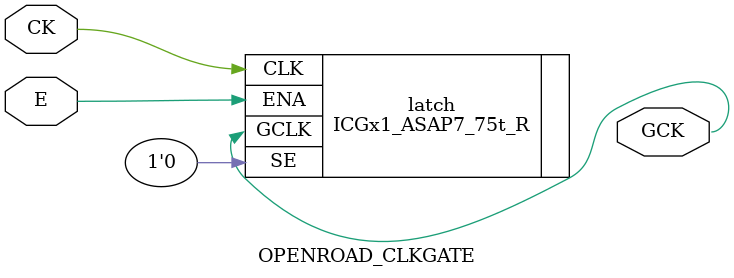
<source format=v>
module OPENROAD_CLKGATE (CK, E, GCK);
  input CK;
  input E;
  output GCK;

ICGx1_ASAP7_75t_R latch ( .CLK(CK), .ENA(E), .SE(1'b0), .GCLK(GCK) );

endmodule

</source>
